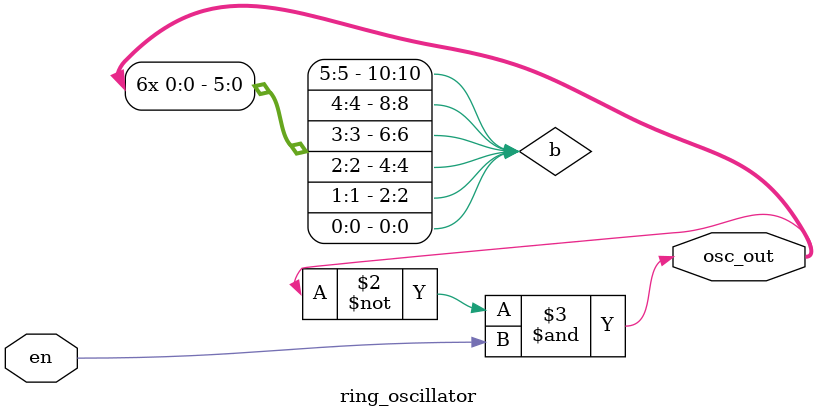
<source format=v>
`timescale 1ns / 1ps
/*
	ring_oscillator.v
	
	a parameterized ring oscillator
	
	Author: Kyle Mitard
	Created 9 Dec 2022
	
	NOTE: this will only synthesize/implement properly with all optimizations disabled!
*/


module ring_oscillator
#(
	parameter N_STAGES = 11 // number of stages - MUST BE ODD AND > 1
)(
	input  en,              // active high enable   
	output osc_out          // ring oscillator output
	);

	// output of each inverter
	(* S = "true" *)
	(* dont_touch = "true" *)
	reg [N_STAGES-1:0] b;

	// generate n stages feeding into each other
	generate
		genvar i;
		for (i = N_STAGES-1; i > 0; i = i-1) begin
			(* dont_touch = "true" *)
			always @(*) begin
				b[i] = ~b[i-1];
			end
		end
	endgenerate
	
	// first stage feeds into last
	(* dont_touch = "true" *)
	always @(*) begin
		b[0] = ~b[N_STAGES-1] & en;
	end
	
	// output is just one of those stages
	assign osc_out = b[0];

endmodule

</source>
